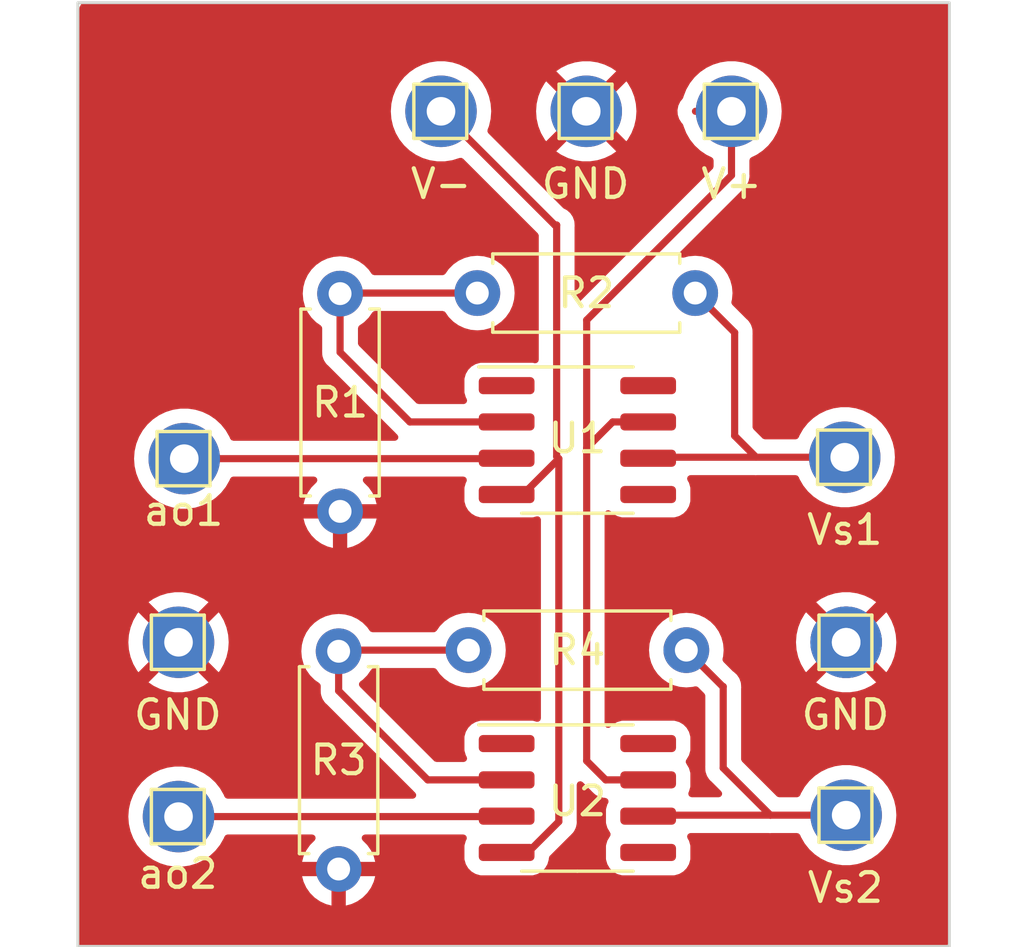
<source format=kicad_pcb>
(kicad_pcb (version 20221018) (generator pcbnew)
  (layers (0 "F.Cu" signal) (31 "B.Cu" signal) (34 "B.Paste" user) (35 "F.Paste" user) (36 "B.SilkS" user "B.Silkscreen") (37 "F.SilkS" user "F.Silkscreen") (38 "B.Mask" user) (39 "F.Mask" user) (44 "Edge.Cuts" user))
  (net 0 "")
  (net 1 "Net-(U1-+)")
  (net 2 "GND")
  (net 3 "Net-(Vs1-Pin_1)")
  (net 4 "Net-(U1--)")
  (net 6 "Net-(U2-+)")
  (net 7 "Net-(Vs2-Pin_1)")
  (net 8 "Net-(U2--)")
  (net 10 "Net-(U1-V+)")
  (net 11 "Net-(U1-V-)")
  (footprint "Resistor_THT:R_Axial_DIN0207_L6.3mm_D2.5mm_P7.62mm_Horizontal" (layer "F.Cu") (at 153.67 55.88 180)
    (fp_text reference "R2" (at 3.81 0 180) (layer "F.SilkS"))
    (fp_text value "20k")
    (fp_line (start 0.54 -1.37) (end 7.08 -1.37) (stroke (width 0.12)) (layer "F.SilkS"))
    (fp_line (start 0.54 -1.04) (end 0.54 -1.37) (stroke (width 0.12)) (layer "F.SilkS"))
    (fp_line (start 0.54 1.04) (end 0.54 1.37) (stroke (width 0.12)) (layer "F.SilkS"))
    (fp_line (start 0.54 1.37) (end 7.08 1.37) (stroke (width 0.12)) (layer "F.SilkS"))
    (fp_line (start 7.08 -1.37) (end 7.08 -1.04) (stroke (width 0.12)) (layer "F.SilkS"))
    (fp_line (start 7.08 1.37) (end 7.08 1.04) (stroke (width 0.12)) (layer "F.SilkS"))
    (pad "1" thru_hole circle (at 0 0 180) (size 1.6 1.6) (drill 0.8) (layers "*.Cu" "*.Mask") (net 3 "Net-(Vs1-Pin_1)"))
    (pad "2" thru_hole oval (at 7.62 0 180) (size 1.6 1.6) (drill 0.8) (layers "*.Cu" "*.Mask") (net 4 "Net-(U1--)"))
  )
  (footprint "" (layer "F.Cu") (at 158.95 68.1)
    (fp_text reference "" (at 0 0) (layer "F.SilkS") (effects (font (size 1.27 1.27))))
    (fp_text value "" (at 0 0) (layer "F.SilkS") (effects (font (size 1.27 1.27))))
    (pad "1" thru_hole circle (at 0 0) (size 2.5 2.5) (drill 1) (layers "*.Cu" "*.Mask") (net 2 "GND"))
  )
  (footprint "Package_SO:SOIC-8_3.9x4.9mm_P1.27mm" (layer "F.Cu") (at 149.55 61.025)
    (fp_text reference "U1" (at 0 -0.065) (layer "F.SilkS"))
    (fp_text value "LTC6090")
    (fp_line (start 0 -2.56) (end -3.45 -2.56) (stroke (width 0.12)) (layer "F.SilkS"))
    (fp_line (start 0 -2.56) (end 1.95 -2.56) (stroke (width 0.12)) (layer "F.SilkS"))
    (fp_line (start 0 2.56) (end -1.95 2.56) (stroke (width 0.12)) (layer "F.SilkS"))
    (fp_line (start 0 2.56) (end 1.95 2.56) (stroke (width 0.12)) (layer "F.SilkS"))
    (pad "1" smd roundrect (at -2.475 -1.905) (size 1.95 0.6) (layers "F.Cu" "F.Paste" "F.Mask"))
    (pad "2" smd roundrect (at -2.475 -0.635) (size 1.95 0.6) (layers "F.Cu" "F.Paste" "F.Mask") (net 4 "Net-(U1--)"))
    (pad "3" smd roundrect (at -2.475 0.635) (size 1.95 0.6) (layers "F.Cu" "F.Paste" "F.Mask") (net 1 "Net-(U1-+)"))
    (pad "4" smd roundrect (at -2.475 1.905) (size 1.95 0.6) (layers "F.Cu" "F.Paste" "F.Mask") (net 11 "Net-(U1-V-)"))
    (pad "5" smd roundrect (at 2.475 1.905) (size 1.95 0.6) (layers "F.Cu" "F.Paste" "F.Mask"))
    (pad "6" smd roundrect (at 2.475 0.635) (size 1.95 0.6) (layers "F.Cu" "F.Paste" "F.Mask") (net 3 "Net-(Vs1-Pin_1)"))
    (pad "7" smd roundrect (at 2.475 -0.635) (size 1.95 0.6) (layers "F.Cu" "F.Paste" "F.Mask") (net 10 "Net-(U1-V+)"))
    (pad "8" smd roundrect (at 2.475 -1.905) (size 1.95 0.6) (layers "F.Cu" "F.Paste" "F.Mask"))
  )
  (footprint "Connector_Pin:Pin_D0.7mm_L6.5mm_W1.8mm_FlatFork" (layer "F.Cu") (at 144.78 49.52)
    (fp_text reference "V-" (at 0 2.54) (layer "F.SilkS"))
    (fp_text value "Conn_01x01_Pin")
    (fp_line (start -0.95 -0.95) (end -0.95 0.95) (stroke (width 0.12)) (layer "F.SilkS"))
    (fp_line (start -0.95 0.95) (end 0.9 0.95) (stroke (width 0.12)) (layer "F.SilkS"))
    (fp_line (start 0.9 -0.95) (end -0.95 -0.95) (stroke (width 0.12)) (layer "F.SilkS"))
    (fp_line (start 0.9 -0.9) (end 0.9 -0.95) (stroke (width 0.12)) (layer "F.SilkS"))
    (fp_line (start 0.9 0.95) (end 0.9 -0.9) (stroke (width 0.12)) (layer "F.SilkS"))
    (pad "1" thru_hole circle (at 0 0) (size 2.5 2.5) (drill 1) (layers "*.Cu" "*.Mask") (net 11 "Net-(U1-V-)"))
  )
  (footprint "Resistor_THT:R_Axial_DIN0207_L6.3mm_D2.5mm_P7.62mm_Horizontal" (layer "F.Cu") (at 141.25 55.9 -90)
    (fp_text reference "R1" (at 3.81 0) (layer "F.SilkS"))
    (fp_text value "10k")
    (fp_line (start 0.54 -1.37) (end 7.08 -1.37) (stroke (width 0.12)) (layer "F.SilkS"))
    (fp_line (start 0.54 -1.04) (end 0.54 -1.37) (stroke (width 0.12)) (layer "F.SilkS"))
    (fp_line (start 0.54 1.04) (end 0.54 1.37) (stroke (width 0.12)) (layer "F.SilkS"))
    (fp_line (start 0.54 1.37) (end 7.08 1.37) (stroke (width 0.12)) (layer "F.SilkS"))
    (fp_line (start 7.08 -1.37) (end 7.08 -1.04) (stroke (width 0.12)) (layer "F.SilkS"))
    (fp_line (start 7.08 1.37) (end 7.08 1.04) (stroke (width 0.12)) (layer "F.SilkS"))
    (pad "1" thru_hole circle (at 0 0 270) (size 1.6 1.6) (drill 0.8) (layers "*.Cu" "*.Mask") (net 4 "Net-(U1--)"))
    (pad "2" thru_hole oval (at 7.62 0 270) (size 1.6 1.6) (drill 0.8) (layers "*.Cu" "*.Mask") (net 2 "GND"))
  )
  (footprint "Connector_Pin:Pin_D0.7mm_L6.5mm_W1.8mm_FlatFork" (layer "F.Cu") (at 135.6 68.1)
    (fp_text reference "GND" (at -0.025 2.54) (layer "F.SilkS"))
    (fp_text value "Conn_01x01_Pin")
    (fp_line (start -0.95 -0.95) (end -0.95 0.95) (stroke (width 0.12)) (layer "F.SilkS"))
    (fp_line (start -0.95 0.95) (end 0.9 0.95) (stroke (width 0.12)) (layer "F.SilkS"))
    (fp_line (start 0.9 -0.95) (end -0.95 -0.95) (stroke (width 0.12)) (layer "F.SilkS"))
    (fp_line (start 0.9 -0.9) (end 0.9 -0.95) (stroke (width 0.12)) (layer "F.SilkS"))
    (fp_line (start 0.9 0.95) (end 0.9 -0.9) (stroke (width 0.12)) (layer "F.SilkS"))
    (pad "1" thru_hole circle (at 0 0) (size 2.5 2.5) (drill 1) (layers "*.Cu" "*.Mask") (net 2 "GND"))
  )
  (footprint "Connector_Pin:Pin_D0.7mm_L6.5mm_W1.8mm_FlatFork" (layer "F.Cu") (at 154.94 49.52)
    (fp_text reference "V+" (at 0 2.54) (layer "F.SilkS"))
    (fp_text value "Conn_01x01_Pin")
    (fp_line (start -0.95 -0.95) (end -0.95 0.95) (stroke (width 0.12)) (layer "F.SilkS"))
    (fp_line (start -0.95 0.95) (end 0.9 0.95) (stroke (width 0.12)) (layer "F.SilkS"))
    (fp_line (start 0.9 -0.95) (end -0.95 -0.95) (stroke (width 0.12)) (layer "F.SilkS"))
    (fp_line (start 0.9 -0.9) (end 0.9 -0.95) (stroke (width 0.12)) (layer "F.SilkS"))
    (fp_line (start 0.9 0.95) (end 0.9 -0.9) (stroke (width 0.12)) (layer "F.SilkS"))
    (pad "1" thru_hole circle (at 0 0) (size 2.5 2.5) (drill 1) (layers "*.Cu" "*.Mask") (net 10 "Net-(U1-V+)"))
  )
  (footprint "Connector_Pin:Pin_D0.7mm_L6.5mm_W1.8mm_FlatFork" (layer "F.Cu") (at 158.95 68.1)
    (fp_text reference "GND" (at -0.025 2.54) (layer "F.SilkS"))
    (fp_text value "Conn_01x01_Pin")
    (fp_line (start -0.95 -0.95) (end -0.95 0.95) (stroke (width 0.12)) (layer "F.SilkS"))
    (fp_line (start -0.95 0.95) (end 0.9 0.95) (stroke (width 0.12)) (layer "F.SilkS"))
    (fp_line (start 0.9 -0.95) (end -0.95 -0.95) (stroke (width 0.12)) (layer "F.SilkS"))
    (fp_line (start 0.9 -0.9) (end 0.9 -0.95) (stroke (width 0.12)) (layer "F.SilkS"))
    (fp_line (start 0.9 0.95) (end 0.9 -0.9) (stroke (width 0.12)) (layer "F.SilkS"))
    (pad "1" thru_hole circle (at 0 0) (size 2.5 2.5) (drill 1) (layers "*.Cu" "*.Mask") (net 2 "GND"))
  )
  (footprint "Resistor_THT:R_Axial_DIN0207_L6.3mm_D2.5mm_P7.62mm_Horizontal" (layer "F.Cu") (at 153.36 68.375 180)
    (fp_text reference "R4" (at 3.81 0 180) (layer "F.SilkS"))
    (fp_text value "20k")
    (fp_line (start 0.54 -1.37) (end 7.08 -1.37) (stroke (width 0.12)) (layer "F.SilkS"))
    (fp_line (start 0.54 -1.04) (end 0.54 -1.37) (stroke (width 0.12)) (layer "F.SilkS"))
    (fp_line (start 0.54 1.04) (end 0.54 1.37) (stroke (width 0.12)) (layer "F.SilkS"))
    (fp_line (start 0.54 1.37) (end 7.08 1.37) (stroke (width 0.12)) (layer "F.SilkS"))
    (fp_line (start 7.08 -1.37) (end 7.08 -1.04) (stroke (width 0.12)) (layer "F.SilkS"))
    (fp_line (start 7.08 1.37) (end 7.08 1.04) (stroke (width 0.12)) (layer "F.SilkS"))
    (pad "1" thru_hole circle (at 0 0 180) (size 1.6 1.6) (drill 0.8) (layers "*.Cu" "*.Mask") (net 7 "Net-(Vs2-Pin_1)"))
    (pad "2" thru_hole oval (at 7.62 0 180) (size 1.6 1.6) (drill 0.8) (layers "*.Cu" "*.Mask") (net 8 "Net-(U2--)"))
  )
  (footprint "Connector_Pin:Pin_D0.7mm_L6.5mm_W1.8mm_FlatFork" (layer "F.Cu") (at 158.95 74.15)
    (fp_text reference "Vs2" (at -0.025 2.54) (layer "F.SilkS"))
    (fp_text value "Conn_01x01_Pin")
    (fp_line (start -0.95 -0.95) (end -0.95 0.95) (stroke (width 0.12)) (layer "F.SilkS"))
    (fp_line (start -0.95 0.95) (end 0.9 0.95) (stroke (width 0.12)) (layer "F.SilkS"))
    (fp_line (start 0.9 -0.95) (end -0.95 -0.95) (stroke (width 0.12)) (layer "F.SilkS"))
    (fp_line (start 0.9 -0.9) (end 0.9 -0.95) (stroke (width 0.12)) (layer "F.SilkS"))
    (fp_line (start 0.9 0.95) (end 0.9 -0.9) (stroke (width 0.12)) (layer "F.SilkS"))
    (pad "1" thru_hole circle (at 0 0) (size 2.5 2.5) (drill 1) (layers "*.Cu" "*.Mask") (net 7 "Net-(Vs2-Pin_1)"))
  )
  (footprint "Connector_Pin:Pin_D0.7mm_L6.5mm_W1.8mm_FlatFork" (layer "F.Cu") (at 135.8 61.675)
    (fp_text reference "ao1" (at -0.025 1.825) (layer "F.SilkS"))
    (fp_text value "Conn_01x01_Pin")
    (fp_line (start -0.95 -0.95) (end -0.95 0.95) (stroke (width 0.12)) (layer "F.SilkS"))
    (fp_line (start -0.95 0.95) (end 0.9 0.95) (stroke (width 0.12)) (layer "F.SilkS"))
    (fp_line (start 0.9 -0.95) (end -0.95 -0.95) (stroke (width 0.12)) (layer "F.SilkS"))
    (fp_line (start 0.9 -0.9) (end 0.9 -0.95) (stroke (width 0.12)) (layer "F.SilkS"))
    (fp_line (start 0.9 0.95) (end 0.9 -0.9) (stroke (width 0.12)) (layer "F.SilkS"))
    (pad "1" thru_hole circle (at 0 0) (size 2.5 2.5) (drill 1) (layers "*.Cu" "*.Mask") (net 1 "Net-(U1-+)"))
  )
  (footprint "Connector_Pin:Pin_D0.7mm_L6.5mm_W1.8mm_FlatFork" (layer "F.Cu") (at 135.6 74.2)
    (fp_text reference "ao2" (at -0.025 2) (layer "F.SilkS"))
    (fp_text value "Conn_01x01_Pin")
    (fp_line (start -0.95 -0.95) (end -0.95 0.95) (stroke (width 0.12)) (layer "F.SilkS"))
    (fp_line (start -0.95 0.95) (end 0.9 0.95) (stroke (width 0.12)) (layer "F.SilkS"))
    (fp_line (start 0.9 -0.95) (end -0.95 -0.95) (stroke (width 0.12)) (layer "F.SilkS"))
    (fp_line (start 0.9 -0.9) (end 0.9 -0.95) (stroke (width 0.12)) (layer "F.SilkS"))
    (fp_line (start 0.9 0.95) (end 0.9 -0.9) (stroke (width 0.12)) (layer "F.SilkS"))
    (pad "1" thru_hole circle (at 0 0) (size 2.5 2.5) (drill 1) (layers "*.Cu" "*.Mask") (net 6 "Net-(U2-+)"))
  )
  (footprint "Connector_Pin:Pin_D0.7mm_L6.5mm_W1.8mm_FlatFork" (layer "F.Cu") (at 149.86 49.52)
    (fp_text reference "GND" (at -0.025 2.54) (layer "F.SilkS"))
    (fp_text value "Conn_01x01_Pin")
    (fp_line (start -0.95 -0.95) (end -0.95 0.95) (stroke (width 0.12)) (layer "F.SilkS"))
    (fp_line (start -0.95 0.95) (end 0.9 0.95) (stroke (width 0.12)) (layer "F.SilkS"))
    (fp_line (start 0.9 -0.95) (end -0.95 -0.95) (stroke (width 0.12)) (layer "F.SilkS"))
    (fp_line (start 0.9 -0.9) (end 0.9 -0.95) (stroke (width 0.12)) (layer "F.SilkS"))
    (fp_line (start 0.9 0.95) (end 0.9 -0.9) (stroke (width 0.12)) (layer "F.SilkS"))
    (pad "1" thru_hole circle (at 0 0) (size 2.5 2.5) (drill 1) (layers "*.Cu" "*.Mask") (net 2 "GND"))
  )
  (footprint "Connector_Pin:Pin_D0.7mm_L6.5mm_W1.8mm_FlatFork" (layer "F.Cu") (at 158.9 61.625)
    (fp_text reference "Vs1" (at 0 2.54) (layer "F.SilkS"))
    (fp_text value "Conn_01x01_Pin")
    (fp_line (start -0.95 -0.95) (end -0.95 0.95) (stroke (width 0.12)) (layer "F.SilkS"))
    (fp_line (start -0.95 0.95) (end 0.9 0.95) (stroke (width 0.12)) (layer "F.SilkS"))
    (fp_line (start 0.9 -0.95) (end -0.95 -0.95) (stroke (width 0.12)) (layer "F.SilkS"))
    (fp_line (start 0.9 -0.9) (end 0.9 -0.95) (stroke (width 0.12)) (layer "F.SilkS"))
    (fp_line (start 0.9 0.95) (end 0.9 -0.9) (stroke (width 0.12)) (layer "F.SilkS"))
    (pad "1" thru_hole circle (at 0 0) (size 2.5 2.5) (drill 1) (layers "*.Cu" "*.Mask") (net 3 "Net-(Vs1-Pin_1)"))
  )
  (footprint "Package_SO:SOIC-8_3.9x4.9mm_P1.27mm" (layer "F.Cu") (at 149.55 73.55)
    (fp_text reference "U2" (at 0 0.11) (layer "F.SilkS"))
    (fp_text value "LTC6090")
    (fp_line (start 0 -2.56) (end -3.45 -2.56) (stroke (width 0.12)) (layer "F.SilkS"))
    (fp_line (start 0 -2.56) (end 1.95 -2.56) (stroke (width 0.12)) (layer "F.SilkS"))
    (fp_line (start 0 2.56) (end -1.95 2.56) (stroke (width 0.12)) (layer "F.SilkS"))
    (fp_line (start 0 2.56) (end 1.95 2.56) (stroke (width 0.12)) (layer "F.SilkS"))
    (pad "1" smd roundrect (at -2.475 -1.905) (size 1.95 0.6) (layers "F.Cu" "F.Paste" "F.Mask"))
    (pad "2" smd roundrect (at -2.475 -0.635) (size 1.95 0.6) (layers "F.Cu" "F.Paste" "F.Mask") (net 8 "Net-(U2--)"))
    (pad "3" smd roundrect (at -2.475 0.635) (size 1.95 0.6) (layers "F.Cu" "F.Paste" "F.Mask") (net 6 "Net-(U2-+)"))
    (pad "4" smd roundrect (at -2.475 1.905) (size 1.95 0.6) (layers "F.Cu" "F.Paste" "F.Mask") (net 11 "Net-(U1-V-)"))
    (pad "5" smd roundrect (at 2.475 1.905) (size 1.95 0.6) (layers "F.Cu" "F.Paste" "F.Mask"))
    (pad "6" smd roundrect (at 2.475 0.635) (size 1.95 0.6) (layers "F.Cu" "F.Paste" "F.Mask") (net 7 "Net-(Vs2-Pin_1)"))
    (pad "7" smd roundrect (at 2.475 -0.635) (size 1.95 0.6) (layers "F.Cu" "F.Paste" "F.Mask") (net 10 "Net-(U1-V+)"))
    (pad "8" smd roundrect (at 2.475 -1.905) (size 1.95 0.6) (layers "F.Cu" "F.Paste" "F.Mask"))
  )
  (footprint "Resistor_THT:R_Axial_DIN0207_L6.3mm_D2.5mm_P7.62mm_Horizontal" (layer "F.Cu") (at 141.2 68.415 -90)
    (fp_text reference "R3" (at 3.81 0) (layer "F.SilkS"))
    (fp_text value "10k")
    (fp_line (start 0.54 -1.37) (end 7.08 -1.37) (stroke (width 0.12)) (layer "F.SilkS"))
    (fp_line (start 0.54 -1.04) (end 0.54 -1.37) (stroke (width 0.12)) (layer "F.SilkS"))
    (fp_line (start 0.54 1.04) (end 0.54 1.37) (stroke (width 0.12)) (layer "F.SilkS"))
    (fp_line (start 0.54 1.37) (end 7.08 1.37) (stroke (width 0.12)) (layer "F.SilkS"))
    (fp_line (start 7.08 -1.37) (end 7.08 -1.04) (stroke (width 0.12)) (layer "F.SilkS"))
    (fp_line (start 7.08 1.37) (end 7.08 1.04) (stroke (width 0.12)) (layer "F.SilkS"))
    (pad "1" thru_hole circle (at 0 0 270) (size 1.6 1.6) (drill 0.8) (layers "*.Cu" "*.Mask") (net 8 "Net-(U2--)"))
    (pad "2" thru_hole oval (at 7.62 0 270) (size 1.6 1.6) (drill 0.8) (layers "*.Cu" "*.Mask") (net 2 "GND"))
  )
  (gr_rect (start 132.08 45.72) (end 162.56 78.74) (stroke (width 0.1)) (fill none) (layer "Edge.Cuts"))
  (segment (start 147.075 61.66) (end 147.06 61.675) (width 0.25) (layer "F.Cu") (net 1))
  (segment (start 147.06 61.675) (end 135.8 61.675) (width 0.25) (layer "F.Cu") (net 1))
  (segment (start 155.8 61.625) (end 152.06 61.625) (width 0.25) (layer "F.Cu") (net 3))
  (segment (start 158.9 61.625) (end 155.8 61.625) (width 0.25) (layer "F.Cu") (net 3))
  (segment (start 152.06 61.625) (end 152.025 61.66) (width 0.25) (layer "F.Cu") (net 3))
  (segment (start 155.05 57.26) (end 155.05 60.875) (width 0.25) (layer "F.Cu") (net 3))
  (segment (start 153.67 55.88) (end 155.05 57.26) (width 0.25) (layer "F.Cu") (net 3))
  (segment (start 155.05 60.875) (end 155.8 61.625) (width 0.25) (layer "F.Cu") (net 3))
  (segment (start 146.05 55.88) (end 141.27 55.88) (width 0.25) (layer "F.Cu") (net 4))
  (segment (start 147.075 60.39) (end 143.69 60.39) (width 0.25) (layer "F.Cu") (net 4))
  (segment (start 141.25 57.95) (end 141.25 55.9) (width 0.25) (layer "F.Cu") (net 4))
  (segment (start 141.27 55.88) (end 141.25 55.9) (width 0.25) (layer "F.Cu") (net 4))
  (segment (start 143.69 60.39) (end 141.25 57.95) (width 0.25) (layer "F.Cu") (net 4))
  (segment (start 147.075 74.185) (end 147.06 74.2) (width 0.25) (layer "F.Cu") (net 6))
  (segment (start 147.06 74.2) (end 135.6 74.2) (width 0.25) (layer "F.Cu") (net 6))
  (segment (start 153.36 68.375) (end 154.635 69.65) (width 0.25) (layer "F.Cu") (net 7))
  (segment (start 156.3 74.15) (end 152.06 74.15) (width 0.25) (layer "F.Cu") (net 7))
  (segment (start 154.65 72.5) (end 156.3 74.15) (width 0.25) (layer "F.Cu") (net 7))
  (segment (start 154.635 69.65) (end 154.65 69.65) (width 0.25) (layer "F.Cu") (net 7))
  (segment (start 152.06 74.15) (end 152.025 74.185) (width 0.25) (layer "F.Cu") (net 7))
  (segment (start 154.65 69.65) (end 154.65 72.5) (width 0.25) (layer "F.Cu") (net 7))
  (segment (start 158.95 74.15) (end 156.3 74.15) (width 0.25) (layer "F.Cu") (net 7))
  (segment (start 147.075 72.915) (end 144.315 72.915) (width 0.25) (layer "F.Cu") (net 8))
  (segment (start 145.74 68.375) (end 141.24 68.375) (width 0.25) (layer "F.Cu") (net 8))
  (segment (start 141.2 69.8) (end 141.2 68.415) (width 0.25) (layer "F.Cu") (net 8))
  (segment (start 144.315 72.915) (end 141.2 69.8) (width 0.25) (layer "F.Cu") (net 8))
  (segment (start 141.24 68.375) (end 141.2 68.415) (width 0.25) (layer "F.Cu") (net 8))
  (segment (start 150.54 72.915) (end 149.875 72.25) (width 0.25) (layer "F.Cu") (net 10))
  (segment (start 154.94 51.76) (end 154.94 49.52) (width 0.25) (layer "F.Cu") (net 10))
  (segment (start 149.875 61.3) (end 149.875 56.825) (width 0.25) (layer "F.Cu") (net 10))
  (segment (start 149.875 72.25) (end 149.875 61.3) (width 0.25) (layer "F.Cu") (net 10))
  (segment (start 149.875 56.825) (end 154.94 51.76) (width 0.25) (layer "F.Cu") (net 10))
  (segment (start 150.785 60.39) (end 152.025 60.39) (width 0.25) (layer "F.Cu") (net 10))
  (segment (start 152.025 72.915) (end 150.54 72.915) (width 0.25) (layer "F.Cu") (net 10))
  (segment (start 149.875 61.3) (end 150.785 60.39) (width 0.25) (layer "F.Cu") (net 10))
  (segment (start 154.94 49.52) (end 153.68 49.52) (width 0.25) (layer "F.Cu") (net 10))
  (segment (start 148.9 61.675) (end 147.645 62.93) (width 0.25) (layer "F.Cu") (net 11))
  (segment (start 147.645 62.93) (end 147.075 62.93) (width 0.25) (layer "F.Cu") (net 11))
  (segment (start 147.82 75.455) (end 147.075 75.455) (width 0.25) (layer "F.Cu") (net 11))
  (segment (start 148.9 74.375) (end 147.82 75.455) (width 0.25) (layer "F.Cu") (net 11))
  (segment (start 148.825 53.5) (end 148.825 61.6) (width 0.25) (layer "F.Cu") (net 11))
  (segment (start 148.76 53.5) (end 148.825 53.5) (width 0.25) (layer "F.Cu") (net 11))
  (segment (start 148.825 61.6) (end 148.9 61.675) (width 0.25) (layer "F.Cu") (net 11))
  (segment (start 144.78 49.52) (end 148.76 53.5) (width 0.25) (layer "F.Cu") (net 11))
  (segment (start 148.9 61.675) (end 148.9 74.375) (width 0.25) (layer "F.Cu") (net 11))
  (zone (net 2) (net_name "GND") (layer "F.Cu") (connect_pads (clearance 0.5)) (min_thickness 0.25) (fill yes (thermal_gap 0.5) (thermal_bridge_width 0.5))
    (polygon (pts (xy 132.08 45.72) (xy 162.56 45.72) (xy 162.525 78.74) (xy 132.08 78.74) (xy 132.125 45.625) (xy 131.975 45.8) (xy 132.175 45.8)))
  )
)
</source>
